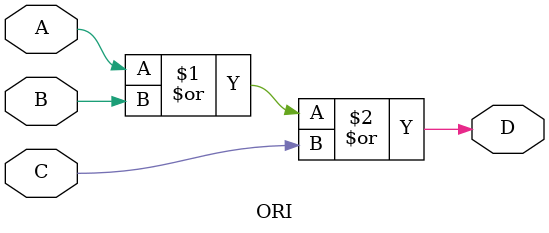
<source format=v>
`timescale 1ns / 1ps
module ORI(
    input A,
    input B,
    input C,
    output D
    );
assign D = A|B|C;

endmodule

</source>
